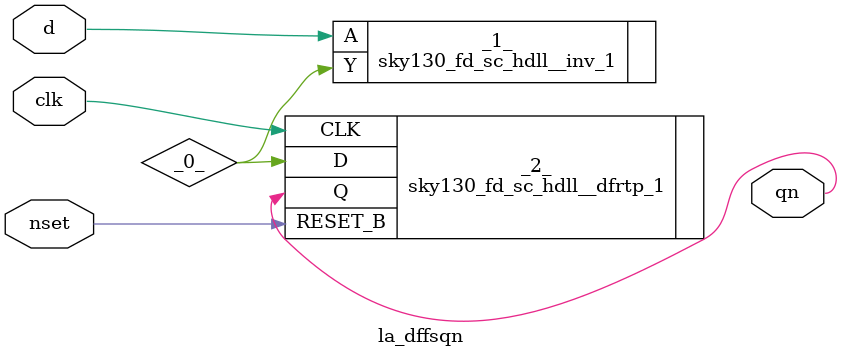
<source format=v>

/* Generated by Yosys 0.37 (git sha1 a5c7f69ed, clang 14.0.0-1ubuntu1.1 -fPIC -Os) */

module la_dffsqn(d, clk, nset, qn);
  wire _0_;
  input clk;
  wire clk;
  input d;
  wire d;
  input nset;
  wire nset;
  output qn;
  wire qn;
  sky130_fd_sc_hdll__inv_1 _1_ (
    .A(d),
    .Y(_0_)
  );
  sky130_fd_sc_hdll__dfrtp_1 _2_ (
    .CLK(clk),
    .D(_0_),
    .Q(qn),
    .RESET_B(nset)
  );
endmodule

</source>
